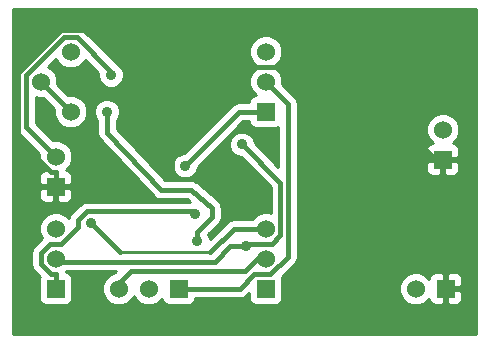
<source format=gbl>
%FSLAX46Y46*%
G04 Gerber Fmt 4.6, Leading zero omitted, Abs format (unit mm)*
G04 Created by KiCad (PCBNEW (2014-08-01 BZR 5042)-product) date 02/08/2014 20:04:44*
%MOMM*%
G01*
G04 APERTURE LIST*
%ADD10C,0.100000*%
%ADD11R,1.524000X1.524000*%
%ADD12C,1.524000*%
%ADD13C,0.889000*%
%ADD14C,0.381000*%
%ADD15C,0.254000*%
G04 APERTURE END LIST*
D10*
D11*
X104902000Y-107188000D03*
D12*
X104902000Y-104648000D03*
X104902000Y-102108000D03*
D11*
X115316000Y-107188000D03*
D12*
X112776000Y-107188000D03*
X110236000Y-107188000D03*
D11*
X122682000Y-92202000D03*
D12*
X122682000Y-89662000D03*
X122682000Y-87122000D03*
D11*
X122682000Y-107188000D03*
D12*
X122682000Y-104648000D03*
X122682000Y-102108000D03*
D11*
X137922000Y-107188000D03*
D12*
X135382000Y-107188000D03*
D11*
X137668000Y-96266000D03*
D12*
X137668000Y-93726000D03*
D11*
X104902000Y-98552000D03*
D12*
X104902000Y-96012000D03*
X106172000Y-92202000D03*
X103632000Y-89662000D03*
X106172000Y-87122000D03*
D13*
X115371900Y-95625700D03*
X112426800Y-87427300D03*
X107842600Y-101588000D03*
X109575800Y-89090500D03*
X116840000Y-103124000D03*
X109220000Y-92202000D03*
X115865000Y-96776800D03*
X121011200Y-103595600D03*
X120674900Y-94965700D03*
X116681100Y-100838000D03*
D14*
X115371900Y-89968800D02*
X115371900Y-95625700D01*
X112426800Y-87427300D02*
X114968300Y-89968800D01*
X114968300Y-89968800D02*
X115371900Y-89968800D01*
X104902000Y-98552000D02*
X104902000Y-97345200D01*
X112426800Y-87427300D02*
X110271000Y-85271500D01*
X110271000Y-85271500D02*
X105335800Y-85271500D01*
X105335800Y-85271500D02*
X101720500Y-88886800D01*
X101720500Y-88886800D02*
X101720500Y-94540800D01*
X101720500Y-94540800D02*
X104524900Y-97345200D01*
X104524900Y-97345200D02*
X104902000Y-97345200D01*
X116895000Y-88445700D02*
X115371900Y-89968800D01*
X129244300Y-88445700D02*
X116895000Y-88445700D01*
X137668000Y-96869400D02*
X129244300Y-88445700D01*
X137668000Y-96266000D02*
X137668000Y-96869400D01*
X137668000Y-97472800D02*
X137922000Y-97726800D01*
X137668000Y-96869400D02*
X137668000Y-97472800D01*
X137922000Y-97726800D02*
X137922000Y-107188000D01*
D15*
X117956200Y-104107000D02*
X110361600Y-104107000D01*
D14*
X110361600Y-104107000D02*
X107842600Y-101588000D01*
X122682000Y-102108000D02*
X119955200Y-102108000D01*
X119955200Y-102108000D02*
X117956200Y-104107000D01*
X104902000Y-96012000D02*
X102382300Y-93492300D01*
X102382300Y-93492300D02*
X102382300Y-89126200D01*
X102382300Y-89126200D02*
X105593400Y-85915100D01*
X105593400Y-85915100D02*
X106676400Y-85915100D01*
X106676400Y-85915100D02*
X109575800Y-88814500D01*
X109575800Y-88814500D02*
X109575800Y-89090500D01*
X116840000Y-103124000D02*
X116840000Y-102362000D01*
X116840000Y-102362000D02*
X118110000Y-101092000D01*
X118110000Y-101092000D02*
X118110000Y-100330000D01*
X118110000Y-100330000D02*
X116332000Y-98806000D01*
X116332000Y-98806000D02*
X113792000Y-98806000D01*
X113792000Y-98806000D02*
X109220000Y-93980000D01*
X109220000Y-93980000D02*
X109220000Y-92202000D01*
X111252000Y-105664000D02*
X110236000Y-106680000D01*
X110236000Y-106680000D02*
X110236000Y-107188000D01*
X121920000Y-104648000D02*
X120904000Y-105664000D01*
X120904000Y-105664000D02*
X111252000Y-105664000D01*
X122682000Y-104648000D02*
X121920000Y-104648000D01*
X120439800Y-92202000D02*
X115865000Y-96776800D01*
X122682000Y-92202000D02*
X120439800Y-92202000D01*
X104902000Y-104648000D02*
X105088300Y-104834300D01*
X118364000Y-104902000D02*
X105156000Y-104902000D01*
D15*
X105156000Y-104902000D02*
X104902000Y-104648000D01*
D14*
X120674900Y-94965700D02*
X123924600Y-98215400D01*
X123924600Y-98215400D02*
X123924600Y-102633900D01*
X123924600Y-102633900D02*
X123180500Y-103378000D01*
X123180500Y-103378000D02*
X121228800Y-103378000D01*
X121228800Y-103378000D02*
X121011200Y-103595600D01*
X119670400Y-103595600D02*
X118364000Y-104902000D01*
X121011200Y-103595600D02*
X119670400Y-103595600D01*
X122682000Y-89662000D02*
X124559900Y-91539900D01*
X124559900Y-91539900D02*
X124559900Y-104477200D01*
X124559900Y-104477200D02*
X123055900Y-105981200D01*
X123055900Y-105981200D02*
X121670400Y-105981200D01*
X121670400Y-105981200D02*
X120463600Y-107188000D01*
X115316000Y-107188000D02*
X120463600Y-107188000D01*
X104902000Y-107188000D02*
X104902000Y-105981200D01*
X104902000Y-105981200D02*
X104524900Y-105981200D01*
X104524900Y-105981200D02*
X103636300Y-105092600D01*
X103636300Y-105092600D02*
X103636300Y-104133300D01*
X103636300Y-104133300D02*
X104391600Y-103378000D01*
X104391600Y-103378000D02*
X105347500Y-103378000D01*
X105347500Y-103378000D02*
X106780500Y-101945000D01*
X106780500Y-101945000D02*
X106780500Y-101377700D01*
X106780500Y-101377700D02*
X107504500Y-100653700D01*
X107504500Y-100653700D02*
X116496800Y-100653700D01*
X116496800Y-100653700D02*
X116681100Y-100838000D01*
X103632000Y-89662000D02*
X106172000Y-92202000D01*
D15*
G36*
X140514000Y-111050000D02*
X139319000Y-111050000D01*
X139319000Y-108076310D01*
X139319000Y-107823691D01*
X139319000Y-107473750D01*
X139319000Y-106902250D01*
X139319000Y-106552309D01*
X139319000Y-106299690D01*
X139222327Y-106066301D01*
X139065242Y-105909216D01*
X139065242Y-93449339D01*
X138853010Y-92935697D01*
X138460370Y-92542371D01*
X137947100Y-92329243D01*
X137391339Y-92328758D01*
X136877697Y-92540990D01*
X136484371Y-92933630D01*
X136271243Y-93446900D01*
X136270758Y-94002661D01*
X136482990Y-94516303D01*
X136835071Y-94869000D01*
X136779690Y-94869000D01*
X136546301Y-94965673D01*
X136367673Y-95144302D01*
X136271000Y-95377691D01*
X136271000Y-95980250D01*
X136429750Y-96139000D01*
X137541000Y-96139000D01*
X137541000Y-96119000D01*
X137795000Y-96119000D01*
X137795000Y-96139000D01*
X138906250Y-96139000D01*
X139065000Y-95980250D01*
X139065000Y-95377691D01*
X138968327Y-95144302D01*
X138789699Y-94965673D01*
X138556310Y-94869000D01*
X138500386Y-94869000D01*
X138851629Y-94518370D01*
X139064757Y-94005100D01*
X139065242Y-93449339D01*
X139065242Y-105909216D01*
X139065000Y-105908974D01*
X139065000Y-97154309D01*
X139065000Y-96551750D01*
X138906250Y-96393000D01*
X137795000Y-96393000D01*
X137795000Y-97504250D01*
X137953750Y-97663000D01*
X138303691Y-97663000D01*
X138556310Y-97663000D01*
X138789699Y-97566327D01*
X138968327Y-97387698D01*
X139065000Y-97154309D01*
X139065000Y-105908974D01*
X139043698Y-105887673D01*
X138810309Y-105791000D01*
X138207750Y-105791000D01*
X138049000Y-105949750D01*
X138049000Y-107061000D01*
X139160250Y-107061000D01*
X139319000Y-106902250D01*
X139319000Y-107473750D01*
X139160250Y-107315000D01*
X138049000Y-107315000D01*
X138049000Y-108426250D01*
X138207750Y-108585000D01*
X138810309Y-108585000D01*
X139043698Y-108488327D01*
X139222327Y-108309699D01*
X139319000Y-108076310D01*
X139319000Y-111050000D01*
X137795000Y-111050000D01*
X137795000Y-108426250D01*
X137795000Y-107315000D01*
X137775000Y-107315000D01*
X137775000Y-107061000D01*
X137795000Y-107061000D01*
X137795000Y-105949750D01*
X137636250Y-105791000D01*
X137541000Y-105791000D01*
X137541000Y-97504250D01*
X137541000Y-96393000D01*
X136429750Y-96393000D01*
X136271000Y-96551750D01*
X136271000Y-97154309D01*
X136367673Y-97387698D01*
X136546301Y-97566327D01*
X136779690Y-97663000D01*
X137032309Y-97663000D01*
X137382250Y-97663000D01*
X137541000Y-97504250D01*
X137541000Y-105791000D01*
X137033691Y-105791000D01*
X136800302Y-105887673D01*
X136621673Y-106066301D01*
X136525000Y-106299690D01*
X136525000Y-106355613D01*
X136174370Y-106004371D01*
X135661100Y-105791243D01*
X135105339Y-105790758D01*
X134591697Y-106002990D01*
X134198371Y-106395630D01*
X133985243Y-106908900D01*
X133984758Y-107464661D01*
X134196990Y-107978303D01*
X134589630Y-108371629D01*
X135102900Y-108584757D01*
X135658661Y-108585242D01*
X136172303Y-108373010D01*
X136525000Y-108020928D01*
X136525000Y-108076310D01*
X136621673Y-108309699D01*
X136800302Y-108488327D01*
X137033691Y-108585000D01*
X137636250Y-108585000D01*
X137795000Y-108426250D01*
X137795000Y-111050000D01*
X125385401Y-111050000D01*
X125385401Y-91539900D01*
X125322563Y-91223995D01*
X125143617Y-90956184D01*
X125143617Y-90956183D01*
X125143613Y-90956180D01*
X124078800Y-89891366D01*
X124079242Y-89385339D01*
X123867010Y-88871697D01*
X123474370Y-88478371D01*
X123266487Y-88392050D01*
X123472303Y-88307010D01*
X123865629Y-87914370D01*
X124078757Y-87401100D01*
X124079242Y-86845339D01*
X123867010Y-86331697D01*
X123474370Y-85938371D01*
X122961100Y-85725243D01*
X122405339Y-85724758D01*
X121891697Y-85936990D01*
X121498371Y-86329630D01*
X121285243Y-86842900D01*
X121284758Y-87398661D01*
X121496990Y-87912303D01*
X121889630Y-88305629D01*
X122097512Y-88391949D01*
X121891697Y-88476990D01*
X121498371Y-88869630D01*
X121285243Y-89382900D01*
X121284758Y-89938661D01*
X121496990Y-90452303D01*
X121849071Y-90805000D01*
X121793691Y-90805000D01*
X121560302Y-90901673D01*
X121381673Y-91080301D01*
X121285000Y-91313690D01*
X121285000Y-91376500D01*
X120439800Y-91376500D01*
X120123894Y-91439337D01*
X119856083Y-91618283D01*
X115777143Y-95697222D01*
X115651216Y-95697113D01*
X115254311Y-95861111D01*
X114950378Y-96164514D01*
X114785687Y-96561132D01*
X114785313Y-96990584D01*
X114949311Y-97387489D01*
X115252714Y-97691422D01*
X115649332Y-97856113D01*
X116078784Y-97856487D01*
X116475689Y-97692489D01*
X116779622Y-97389086D01*
X116944313Y-96992468D01*
X116944424Y-96864809D01*
X120781734Y-93027500D01*
X121285000Y-93027500D01*
X121285000Y-93090309D01*
X121381673Y-93323698D01*
X121560301Y-93502327D01*
X121793690Y-93599000D01*
X122046309Y-93599000D01*
X123570309Y-93599000D01*
X123734400Y-93531031D01*
X123734400Y-96857766D01*
X121754477Y-94877843D01*
X121754587Y-94751916D01*
X121590589Y-94355011D01*
X121287186Y-94051078D01*
X120890568Y-93886387D01*
X120461116Y-93886013D01*
X120064211Y-94050011D01*
X119760278Y-94353414D01*
X119595587Y-94750032D01*
X119595213Y-95179484D01*
X119759211Y-95576389D01*
X120062614Y-95880322D01*
X120459232Y-96045013D01*
X120586890Y-96045124D01*
X123099100Y-98557334D01*
X123099100Y-100768545D01*
X122961100Y-100711243D01*
X122405339Y-100710758D01*
X121891697Y-100922990D01*
X121531558Y-101282500D01*
X119955205Y-101282500D01*
X119955200Y-101282499D01*
X119639294Y-101345337D01*
X119371483Y-101524283D01*
X117919629Y-102976136D01*
X117919687Y-102910216D01*
X117785054Y-102584379D01*
X118693713Y-101675719D01*
X118693716Y-101675717D01*
X118693717Y-101675717D01*
X118800986Y-101515175D01*
X118872663Y-101407906D01*
X118872663Y-101407905D01*
X118935500Y-101092000D01*
X118935500Y-100330000D01*
X118929241Y-100298538D01*
X118933069Y-100266687D01*
X118898015Y-100141550D01*
X118872663Y-100014095D01*
X118854840Y-99987420D01*
X118846187Y-99956531D01*
X118765916Y-99854337D01*
X118693717Y-99746283D01*
X118667043Y-99728460D01*
X118647228Y-99703233D01*
X116869228Y-98179234D01*
X116755961Y-98115538D01*
X116647905Y-98043337D01*
X116616442Y-98037078D01*
X116588482Y-98021355D01*
X116459454Y-98005852D01*
X116332000Y-97980500D01*
X114147073Y-97980500D01*
X110655487Y-94294936D01*
X110655487Y-88876716D01*
X110491489Y-88479811D01*
X110188086Y-88175878D01*
X110045337Y-88116603D01*
X107260117Y-85331383D01*
X106992306Y-85152437D01*
X106676400Y-85089600D01*
X105593400Y-85089600D01*
X105277494Y-85152437D01*
X105009683Y-85331383D01*
X101798583Y-88542483D01*
X101619637Y-88810294D01*
X101556800Y-89126200D01*
X101556800Y-93492300D01*
X101619637Y-93808206D01*
X101798583Y-94076017D01*
X103505199Y-95782633D01*
X103504758Y-96288661D01*
X103716990Y-96802303D01*
X104069071Y-97155000D01*
X104013690Y-97155000D01*
X103780301Y-97251673D01*
X103601673Y-97430302D01*
X103505000Y-97663691D01*
X103505000Y-98266250D01*
X103663750Y-98425000D01*
X104775000Y-98425000D01*
X104775000Y-98405000D01*
X105029000Y-98405000D01*
X105029000Y-98425000D01*
X106140250Y-98425000D01*
X106299000Y-98266250D01*
X106299000Y-97663691D01*
X106202327Y-97430302D01*
X106023699Y-97251673D01*
X105790310Y-97155000D01*
X105734386Y-97155000D01*
X106085629Y-96804370D01*
X106298757Y-96291100D01*
X106299242Y-95735339D01*
X106087010Y-95221697D01*
X105694370Y-94828371D01*
X105181100Y-94615243D01*
X104672232Y-94614798D01*
X103207800Y-93150366D01*
X103207800Y-90998506D01*
X103352900Y-91058757D01*
X103861767Y-91059201D01*
X104775199Y-91972632D01*
X104774758Y-92478661D01*
X104986990Y-92992303D01*
X105379630Y-93385629D01*
X105892900Y-93598757D01*
X106448661Y-93599242D01*
X106962303Y-93387010D01*
X107355629Y-92994370D01*
X107568757Y-92481100D01*
X107569242Y-91925339D01*
X107357010Y-91411697D01*
X106964370Y-91018371D01*
X106451100Y-90805243D01*
X105942232Y-90804798D01*
X105028800Y-89891366D01*
X105029242Y-89385339D01*
X104817010Y-88871697D01*
X104424370Y-88478371D01*
X104264109Y-88411824D01*
X104921684Y-87754249D01*
X104986990Y-87912303D01*
X105379630Y-88305629D01*
X105892900Y-88518757D01*
X106448661Y-88519242D01*
X106962303Y-88307010D01*
X107355629Y-87914370D01*
X107400404Y-87806538D01*
X108496462Y-88902596D01*
X108496113Y-89304284D01*
X108660111Y-89701189D01*
X108963514Y-90005122D01*
X109360132Y-90169813D01*
X109789584Y-90170187D01*
X110186489Y-90006189D01*
X110490422Y-89702786D01*
X110655113Y-89306168D01*
X110655487Y-88876716D01*
X110655487Y-94294936D01*
X110045500Y-93651061D01*
X110045500Y-92903252D01*
X110134622Y-92814286D01*
X110299313Y-92417668D01*
X110299687Y-91988216D01*
X110135689Y-91591311D01*
X109832286Y-91287378D01*
X109435668Y-91122687D01*
X109006216Y-91122313D01*
X108609311Y-91286311D01*
X108305378Y-91589714D01*
X108140687Y-91986332D01*
X108140313Y-92415784D01*
X108304311Y-92812689D01*
X108394500Y-92903035D01*
X108394500Y-93980000D01*
X108423784Y-94127225D01*
X108449081Y-94275185D01*
X108455124Y-94284780D01*
X108457337Y-94295905D01*
X108540740Y-94420727D01*
X108620726Y-94547733D01*
X113192726Y-99373733D01*
X113201981Y-99380285D01*
X113208283Y-99389717D01*
X113333109Y-99473123D01*
X113455605Y-99559849D01*
X113466663Y-99562361D01*
X113476095Y-99568663D01*
X113623322Y-99597948D01*
X113769697Y-99631199D01*
X113780877Y-99629287D01*
X113792000Y-99631500D01*
X116026628Y-99631500D01*
X116256111Y-99828200D01*
X107504505Y-99828200D01*
X107504500Y-99828199D01*
X107188595Y-99891037D01*
X106920783Y-100069983D01*
X106920780Y-100069986D01*
X106299000Y-100691766D01*
X106299000Y-99440309D01*
X106299000Y-98837750D01*
X106140250Y-98679000D01*
X105029000Y-98679000D01*
X105029000Y-99790250D01*
X105187750Y-99949000D01*
X105537691Y-99949000D01*
X105790310Y-99949000D01*
X106023699Y-99852327D01*
X106202327Y-99673698D01*
X106299000Y-99440309D01*
X106299000Y-100691766D01*
X106196783Y-100793983D01*
X106017837Y-101061794D01*
X105986885Y-101217397D01*
X105694370Y-100924371D01*
X105181100Y-100711243D01*
X104775000Y-100710888D01*
X104775000Y-99790250D01*
X104775000Y-98679000D01*
X103663750Y-98679000D01*
X103505000Y-98837750D01*
X103505000Y-99440309D01*
X103601673Y-99673698D01*
X103780301Y-99852327D01*
X104013690Y-99949000D01*
X104266309Y-99949000D01*
X104616250Y-99949000D01*
X104775000Y-99790250D01*
X104775000Y-100710888D01*
X104625339Y-100710758D01*
X104111697Y-100922990D01*
X103718371Y-101315630D01*
X103505243Y-101828900D01*
X103504758Y-102384661D01*
X103713152Y-102889014D01*
X103052583Y-103549583D01*
X102873637Y-103817394D01*
X102810800Y-104133300D01*
X102810800Y-105092600D01*
X102873637Y-105408506D01*
X103052583Y-105676317D01*
X103555071Y-106178805D01*
X103505000Y-106299690D01*
X103505000Y-106552309D01*
X103505000Y-108076309D01*
X103601673Y-108309698D01*
X103780301Y-108488327D01*
X104013690Y-108585000D01*
X104266309Y-108585000D01*
X105790309Y-108585000D01*
X106023698Y-108488327D01*
X106202327Y-108309699D01*
X106299000Y-108076310D01*
X106299000Y-107823691D01*
X106299000Y-106299691D01*
X106202327Y-106066302D01*
X106023699Y-105887673D01*
X105790310Y-105791000D01*
X105734386Y-105791000D01*
X105797997Y-105727500D01*
X110021066Y-105727500D01*
X109956729Y-105791836D01*
X109445697Y-106002990D01*
X109052371Y-106395630D01*
X108839243Y-106908900D01*
X108838758Y-107464661D01*
X109050990Y-107978303D01*
X109443630Y-108371629D01*
X109956900Y-108584757D01*
X110512661Y-108585242D01*
X111026303Y-108373010D01*
X111419629Y-107980370D01*
X111505949Y-107772487D01*
X111590990Y-107978303D01*
X111983630Y-108371629D01*
X112496900Y-108584757D01*
X113052661Y-108585242D01*
X113566303Y-108373010D01*
X113919000Y-108020928D01*
X113919000Y-108076309D01*
X114015673Y-108309698D01*
X114194301Y-108488327D01*
X114427690Y-108585000D01*
X114680309Y-108585000D01*
X116204309Y-108585000D01*
X116437698Y-108488327D01*
X116616327Y-108309699D01*
X116713000Y-108076310D01*
X116713000Y-108013500D01*
X120463600Y-108013500D01*
X120779505Y-107950663D01*
X120779506Y-107950663D01*
X121047317Y-107771717D01*
X121285000Y-107534034D01*
X121285000Y-108076309D01*
X121381673Y-108309698D01*
X121560301Y-108488327D01*
X121793690Y-108585000D01*
X122046309Y-108585000D01*
X123570309Y-108585000D01*
X123803698Y-108488327D01*
X123982327Y-108309699D01*
X124079000Y-108076310D01*
X124079000Y-107823691D01*
X124079000Y-106299691D01*
X124027990Y-106176543D01*
X125143617Y-105060917D01*
X125322563Y-104793106D01*
X125322563Y-104793105D01*
X125385400Y-104477200D01*
X125385400Y-91539905D01*
X125385400Y-91539900D01*
X125385401Y-91539900D01*
X125385401Y-111050000D01*
X101294000Y-111050000D01*
X101294000Y-83514000D01*
X140514000Y-83514000D01*
X140514000Y-111050000D01*
X140514000Y-111050000D01*
G37*
X140514000Y-111050000D02*
X139319000Y-111050000D01*
X139319000Y-108076310D01*
X139319000Y-107823691D01*
X139319000Y-107473750D01*
X139319000Y-106902250D01*
X139319000Y-106552309D01*
X139319000Y-106299690D01*
X139222327Y-106066301D01*
X139065242Y-105909216D01*
X139065242Y-93449339D01*
X138853010Y-92935697D01*
X138460370Y-92542371D01*
X137947100Y-92329243D01*
X137391339Y-92328758D01*
X136877697Y-92540990D01*
X136484371Y-92933630D01*
X136271243Y-93446900D01*
X136270758Y-94002661D01*
X136482990Y-94516303D01*
X136835071Y-94869000D01*
X136779690Y-94869000D01*
X136546301Y-94965673D01*
X136367673Y-95144302D01*
X136271000Y-95377691D01*
X136271000Y-95980250D01*
X136429750Y-96139000D01*
X137541000Y-96139000D01*
X137541000Y-96119000D01*
X137795000Y-96119000D01*
X137795000Y-96139000D01*
X138906250Y-96139000D01*
X139065000Y-95980250D01*
X139065000Y-95377691D01*
X138968327Y-95144302D01*
X138789699Y-94965673D01*
X138556310Y-94869000D01*
X138500386Y-94869000D01*
X138851629Y-94518370D01*
X139064757Y-94005100D01*
X139065242Y-93449339D01*
X139065242Y-105909216D01*
X139065000Y-105908974D01*
X139065000Y-97154309D01*
X139065000Y-96551750D01*
X138906250Y-96393000D01*
X137795000Y-96393000D01*
X137795000Y-97504250D01*
X137953750Y-97663000D01*
X138303691Y-97663000D01*
X138556310Y-97663000D01*
X138789699Y-97566327D01*
X138968327Y-97387698D01*
X139065000Y-97154309D01*
X139065000Y-105908974D01*
X139043698Y-105887673D01*
X138810309Y-105791000D01*
X138207750Y-105791000D01*
X138049000Y-105949750D01*
X138049000Y-107061000D01*
X139160250Y-107061000D01*
X139319000Y-106902250D01*
X139319000Y-107473750D01*
X139160250Y-107315000D01*
X138049000Y-107315000D01*
X138049000Y-108426250D01*
X138207750Y-108585000D01*
X138810309Y-108585000D01*
X139043698Y-108488327D01*
X139222327Y-108309699D01*
X139319000Y-108076310D01*
X139319000Y-111050000D01*
X137795000Y-111050000D01*
X137795000Y-108426250D01*
X137795000Y-107315000D01*
X137775000Y-107315000D01*
X137775000Y-107061000D01*
X137795000Y-107061000D01*
X137795000Y-105949750D01*
X137636250Y-105791000D01*
X137541000Y-105791000D01*
X137541000Y-97504250D01*
X137541000Y-96393000D01*
X136429750Y-96393000D01*
X136271000Y-96551750D01*
X136271000Y-97154309D01*
X136367673Y-97387698D01*
X136546301Y-97566327D01*
X136779690Y-97663000D01*
X137032309Y-97663000D01*
X137382250Y-97663000D01*
X137541000Y-97504250D01*
X137541000Y-105791000D01*
X137033691Y-105791000D01*
X136800302Y-105887673D01*
X136621673Y-106066301D01*
X136525000Y-106299690D01*
X136525000Y-106355613D01*
X136174370Y-106004371D01*
X135661100Y-105791243D01*
X135105339Y-105790758D01*
X134591697Y-106002990D01*
X134198371Y-106395630D01*
X133985243Y-106908900D01*
X133984758Y-107464661D01*
X134196990Y-107978303D01*
X134589630Y-108371629D01*
X135102900Y-108584757D01*
X135658661Y-108585242D01*
X136172303Y-108373010D01*
X136525000Y-108020928D01*
X136525000Y-108076310D01*
X136621673Y-108309699D01*
X136800302Y-108488327D01*
X137033691Y-108585000D01*
X137636250Y-108585000D01*
X137795000Y-108426250D01*
X137795000Y-111050000D01*
X125385401Y-111050000D01*
X125385401Y-91539900D01*
X125322563Y-91223995D01*
X125143617Y-90956184D01*
X125143617Y-90956183D01*
X125143613Y-90956180D01*
X124078800Y-89891366D01*
X124079242Y-89385339D01*
X123867010Y-88871697D01*
X123474370Y-88478371D01*
X123266487Y-88392050D01*
X123472303Y-88307010D01*
X123865629Y-87914370D01*
X124078757Y-87401100D01*
X124079242Y-86845339D01*
X123867010Y-86331697D01*
X123474370Y-85938371D01*
X122961100Y-85725243D01*
X122405339Y-85724758D01*
X121891697Y-85936990D01*
X121498371Y-86329630D01*
X121285243Y-86842900D01*
X121284758Y-87398661D01*
X121496990Y-87912303D01*
X121889630Y-88305629D01*
X122097512Y-88391949D01*
X121891697Y-88476990D01*
X121498371Y-88869630D01*
X121285243Y-89382900D01*
X121284758Y-89938661D01*
X121496990Y-90452303D01*
X121849071Y-90805000D01*
X121793691Y-90805000D01*
X121560302Y-90901673D01*
X121381673Y-91080301D01*
X121285000Y-91313690D01*
X121285000Y-91376500D01*
X120439800Y-91376500D01*
X120123894Y-91439337D01*
X119856083Y-91618283D01*
X115777143Y-95697222D01*
X115651216Y-95697113D01*
X115254311Y-95861111D01*
X114950378Y-96164514D01*
X114785687Y-96561132D01*
X114785313Y-96990584D01*
X114949311Y-97387489D01*
X115252714Y-97691422D01*
X115649332Y-97856113D01*
X116078784Y-97856487D01*
X116475689Y-97692489D01*
X116779622Y-97389086D01*
X116944313Y-96992468D01*
X116944424Y-96864809D01*
X120781734Y-93027500D01*
X121285000Y-93027500D01*
X121285000Y-93090309D01*
X121381673Y-93323698D01*
X121560301Y-93502327D01*
X121793690Y-93599000D01*
X122046309Y-93599000D01*
X123570309Y-93599000D01*
X123734400Y-93531031D01*
X123734400Y-96857766D01*
X121754477Y-94877843D01*
X121754587Y-94751916D01*
X121590589Y-94355011D01*
X121287186Y-94051078D01*
X120890568Y-93886387D01*
X120461116Y-93886013D01*
X120064211Y-94050011D01*
X119760278Y-94353414D01*
X119595587Y-94750032D01*
X119595213Y-95179484D01*
X119759211Y-95576389D01*
X120062614Y-95880322D01*
X120459232Y-96045013D01*
X120586890Y-96045124D01*
X123099100Y-98557334D01*
X123099100Y-100768545D01*
X122961100Y-100711243D01*
X122405339Y-100710758D01*
X121891697Y-100922990D01*
X121531558Y-101282500D01*
X119955205Y-101282500D01*
X119955200Y-101282499D01*
X119639294Y-101345337D01*
X119371483Y-101524283D01*
X117919629Y-102976136D01*
X117919687Y-102910216D01*
X117785054Y-102584379D01*
X118693713Y-101675719D01*
X118693716Y-101675717D01*
X118693717Y-101675717D01*
X118800986Y-101515175D01*
X118872663Y-101407906D01*
X118872663Y-101407905D01*
X118935500Y-101092000D01*
X118935500Y-100330000D01*
X118929241Y-100298538D01*
X118933069Y-100266687D01*
X118898015Y-100141550D01*
X118872663Y-100014095D01*
X118854840Y-99987420D01*
X118846187Y-99956531D01*
X118765916Y-99854337D01*
X118693717Y-99746283D01*
X118667043Y-99728460D01*
X118647228Y-99703233D01*
X116869228Y-98179234D01*
X116755961Y-98115538D01*
X116647905Y-98043337D01*
X116616442Y-98037078D01*
X116588482Y-98021355D01*
X116459454Y-98005852D01*
X116332000Y-97980500D01*
X114147073Y-97980500D01*
X110655487Y-94294936D01*
X110655487Y-88876716D01*
X110491489Y-88479811D01*
X110188086Y-88175878D01*
X110045337Y-88116603D01*
X107260117Y-85331383D01*
X106992306Y-85152437D01*
X106676400Y-85089600D01*
X105593400Y-85089600D01*
X105277494Y-85152437D01*
X105009683Y-85331383D01*
X101798583Y-88542483D01*
X101619637Y-88810294D01*
X101556800Y-89126200D01*
X101556800Y-93492300D01*
X101619637Y-93808206D01*
X101798583Y-94076017D01*
X103505199Y-95782633D01*
X103504758Y-96288661D01*
X103716990Y-96802303D01*
X104069071Y-97155000D01*
X104013690Y-97155000D01*
X103780301Y-97251673D01*
X103601673Y-97430302D01*
X103505000Y-97663691D01*
X103505000Y-98266250D01*
X103663750Y-98425000D01*
X104775000Y-98425000D01*
X104775000Y-98405000D01*
X105029000Y-98405000D01*
X105029000Y-98425000D01*
X106140250Y-98425000D01*
X106299000Y-98266250D01*
X106299000Y-97663691D01*
X106202327Y-97430302D01*
X106023699Y-97251673D01*
X105790310Y-97155000D01*
X105734386Y-97155000D01*
X106085629Y-96804370D01*
X106298757Y-96291100D01*
X106299242Y-95735339D01*
X106087010Y-95221697D01*
X105694370Y-94828371D01*
X105181100Y-94615243D01*
X104672232Y-94614798D01*
X103207800Y-93150366D01*
X103207800Y-90998506D01*
X103352900Y-91058757D01*
X103861767Y-91059201D01*
X104775199Y-91972632D01*
X104774758Y-92478661D01*
X104986990Y-92992303D01*
X105379630Y-93385629D01*
X105892900Y-93598757D01*
X106448661Y-93599242D01*
X106962303Y-93387010D01*
X107355629Y-92994370D01*
X107568757Y-92481100D01*
X107569242Y-91925339D01*
X107357010Y-91411697D01*
X106964370Y-91018371D01*
X106451100Y-90805243D01*
X105942232Y-90804798D01*
X105028800Y-89891366D01*
X105029242Y-89385339D01*
X104817010Y-88871697D01*
X104424370Y-88478371D01*
X104264109Y-88411824D01*
X104921684Y-87754249D01*
X104986990Y-87912303D01*
X105379630Y-88305629D01*
X105892900Y-88518757D01*
X106448661Y-88519242D01*
X106962303Y-88307010D01*
X107355629Y-87914370D01*
X107400404Y-87806538D01*
X108496462Y-88902596D01*
X108496113Y-89304284D01*
X108660111Y-89701189D01*
X108963514Y-90005122D01*
X109360132Y-90169813D01*
X109789584Y-90170187D01*
X110186489Y-90006189D01*
X110490422Y-89702786D01*
X110655113Y-89306168D01*
X110655487Y-88876716D01*
X110655487Y-94294936D01*
X110045500Y-93651061D01*
X110045500Y-92903252D01*
X110134622Y-92814286D01*
X110299313Y-92417668D01*
X110299687Y-91988216D01*
X110135689Y-91591311D01*
X109832286Y-91287378D01*
X109435668Y-91122687D01*
X109006216Y-91122313D01*
X108609311Y-91286311D01*
X108305378Y-91589714D01*
X108140687Y-91986332D01*
X108140313Y-92415784D01*
X108304311Y-92812689D01*
X108394500Y-92903035D01*
X108394500Y-93980000D01*
X108423784Y-94127225D01*
X108449081Y-94275185D01*
X108455124Y-94284780D01*
X108457337Y-94295905D01*
X108540740Y-94420727D01*
X108620726Y-94547733D01*
X113192726Y-99373733D01*
X113201981Y-99380285D01*
X113208283Y-99389717D01*
X113333109Y-99473123D01*
X113455605Y-99559849D01*
X113466663Y-99562361D01*
X113476095Y-99568663D01*
X113623322Y-99597948D01*
X113769697Y-99631199D01*
X113780877Y-99629287D01*
X113792000Y-99631500D01*
X116026628Y-99631500D01*
X116256111Y-99828200D01*
X107504505Y-99828200D01*
X107504500Y-99828199D01*
X107188595Y-99891037D01*
X106920783Y-100069983D01*
X106920780Y-100069986D01*
X106299000Y-100691766D01*
X106299000Y-99440309D01*
X106299000Y-98837750D01*
X106140250Y-98679000D01*
X105029000Y-98679000D01*
X105029000Y-99790250D01*
X105187750Y-99949000D01*
X105537691Y-99949000D01*
X105790310Y-99949000D01*
X106023699Y-99852327D01*
X106202327Y-99673698D01*
X106299000Y-99440309D01*
X106299000Y-100691766D01*
X106196783Y-100793983D01*
X106017837Y-101061794D01*
X105986885Y-101217397D01*
X105694370Y-100924371D01*
X105181100Y-100711243D01*
X104775000Y-100710888D01*
X104775000Y-99790250D01*
X104775000Y-98679000D01*
X103663750Y-98679000D01*
X103505000Y-98837750D01*
X103505000Y-99440309D01*
X103601673Y-99673698D01*
X103780301Y-99852327D01*
X104013690Y-99949000D01*
X104266309Y-99949000D01*
X104616250Y-99949000D01*
X104775000Y-99790250D01*
X104775000Y-100710888D01*
X104625339Y-100710758D01*
X104111697Y-100922990D01*
X103718371Y-101315630D01*
X103505243Y-101828900D01*
X103504758Y-102384661D01*
X103713152Y-102889014D01*
X103052583Y-103549583D01*
X102873637Y-103817394D01*
X102810800Y-104133300D01*
X102810800Y-105092600D01*
X102873637Y-105408506D01*
X103052583Y-105676317D01*
X103555071Y-106178805D01*
X103505000Y-106299690D01*
X103505000Y-106552309D01*
X103505000Y-108076309D01*
X103601673Y-108309698D01*
X103780301Y-108488327D01*
X104013690Y-108585000D01*
X104266309Y-108585000D01*
X105790309Y-108585000D01*
X106023698Y-108488327D01*
X106202327Y-108309699D01*
X106299000Y-108076310D01*
X106299000Y-107823691D01*
X106299000Y-106299691D01*
X106202327Y-106066302D01*
X106023699Y-105887673D01*
X105790310Y-105791000D01*
X105734386Y-105791000D01*
X105797997Y-105727500D01*
X110021066Y-105727500D01*
X109956729Y-105791836D01*
X109445697Y-106002990D01*
X109052371Y-106395630D01*
X108839243Y-106908900D01*
X108838758Y-107464661D01*
X109050990Y-107978303D01*
X109443630Y-108371629D01*
X109956900Y-108584757D01*
X110512661Y-108585242D01*
X111026303Y-108373010D01*
X111419629Y-107980370D01*
X111505949Y-107772487D01*
X111590990Y-107978303D01*
X111983630Y-108371629D01*
X112496900Y-108584757D01*
X113052661Y-108585242D01*
X113566303Y-108373010D01*
X113919000Y-108020928D01*
X113919000Y-108076309D01*
X114015673Y-108309698D01*
X114194301Y-108488327D01*
X114427690Y-108585000D01*
X114680309Y-108585000D01*
X116204309Y-108585000D01*
X116437698Y-108488327D01*
X116616327Y-108309699D01*
X116713000Y-108076310D01*
X116713000Y-108013500D01*
X120463600Y-108013500D01*
X120779505Y-107950663D01*
X120779506Y-107950663D01*
X121047317Y-107771717D01*
X121285000Y-107534034D01*
X121285000Y-108076309D01*
X121381673Y-108309698D01*
X121560301Y-108488327D01*
X121793690Y-108585000D01*
X122046309Y-108585000D01*
X123570309Y-108585000D01*
X123803698Y-108488327D01*
X123982327Y-108309699D01*
X124079000Y-108076310D01*
X124079000Y-107823691D01*
X124079000Y-106299691D01*
X124027990Y-106176543D01*
X125143617Y-105060917D01*
X125322563Y-104793106D01*
X125322563Y-104793105D01*
X125385400Y-104477200D01*
X125385400Y-91539905D01*
X125385400Y-91539900D01*
X125385401Y-91539900D01*
X125385401Y-111050000D01*
X101294000Y-111050000D01*
X101294000Y-83514000D01*
X140514000Y-83514000D01*
X140514000Y-111050000D01*
M02*

</source>
